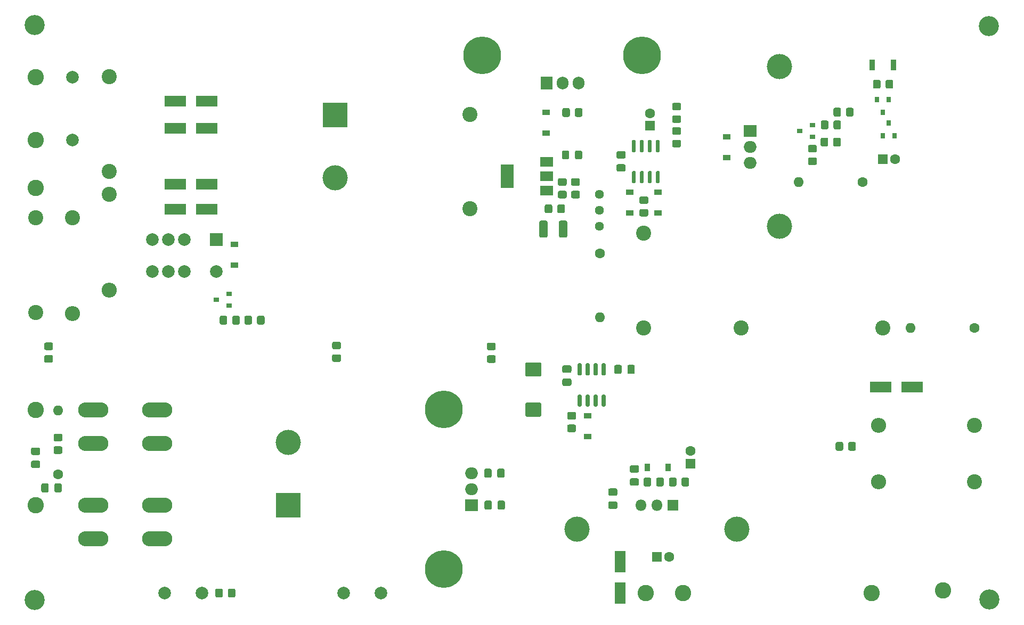
<source format=gbr>
G04 #@! TF.GenerationSoftware,KiCad,Pcbnew,(5.1.10-0-10_14)*
G04 #@! TF.CreationDate,2021-08-21T16:13:38+02:00*
G04 #@! TF.ProjectId,hv-power-supply-v1,68762d70-6f77-4657-922d-737570706c79,rev?*
G04 #@! TF.SameCoordinates,Original*
G04 #@! TF.FileFunction,Soldermask,Top*
G04 #@! TF.FilePolarity,Negative*
%FSLAX46Y46*%
G04 Gerber Fmt 4.6, Leading zero omitted, Abs format (unit mm)*
G04 Created by KiCad (PCBNEW (5.1.10-0-10_14)) date 2021-08-21 16:13:38*
%MOMM*%
%LPD*%
G01*
G04 APERTURE LIST*
%ADD10R,1.200000X0.900000*%
%ADD11C,2.400000*%
%ADD12C,2.000000*%
%ADD13R,2.000000X2.000000*%
%ADD14O,2.400000X2.400000*%
%ADD15R,0.900000X1.700000*%
%ADD16O,1.600000X1.600000*%
%ADD17C,1.600000*%
%ADD18R,2.000000X1.500000*%
%ADD19R,2.000000X3.800000*%
%ADD20C,1.440000*%
%ADD21R,0.800000X0.900000*%
%ADD22R,0.900000X0.800000*%
%ADD23O,2.000000X1.905000*%
%ADD24R,2.000000X1.905000*%
%ADD25C,6.000000*%
%ADD26C,4.000000*%
%ADD27R,3.500000X1.800000*%
%ADD28R,1.600000X1.600000*%
%ADD29R,4.000000X4.000000*%
%ADD30R,1.800000X3.500000*%
%ADD31O,4.800600X2.400300*%
%ADD32R,0.900000X1.200000*%
%ADD33O,1.905000X2.000000*%
%ADD34R,1.905000X2.000000*%
%ADD35C,2.600000*%
%ADD36R,1.800000X1.800000*%
%ADD37O,1.800000X1.800000*%
%ADD38C,3.200000*%
G04 APERTURE END LIST*
D10*
X140525500Y-66609500D03*
X140525500Y-63309500D03*
X169164000Y-70457600D03*
X169164000Y-67157600D03*
G36*
G01*
X145068600Y-70503201D02*
X145068600Y-69603199D01*
G75*
G02*
X145318599Y-69353200I249999J0D01*
G01*
X145968601Y-69353200D01*
G75*
G02*
X146218600Y-69603199I0J-249999D01*
G01*
X146218600Y-70503201D01*
G75*
G02*
X145968601Y-70753200I-249999J0D01*
G01*
X145318599Y-70753200D01*
G75*
G02*
X145068600Y-70503201I0J249999D01*
G01*
G37*
G36*
G01*
X143018600Y-70503201D02*
X143018600Y-69603199D01*
G75*
G02*
X143268599Y-69353200I249999J0D01*
G01*
X143918601Y-69353200D01*
G75*
G02*
X144168600Y-69603199I0J-249999D01*
G01*
X144168600Y-70503201D01*
G75*
G02*
X143918601Y-70753200I-249999J0D01*
G01*
X143268599Y-70753200D01*
G75*
G02*
X143018600Y-70503201I0J249999D01*
G01*
G37*
D11*
X71056500Y-57644000D03*
X71056500Y-72644000D03*
D12*
X77914500Y-83502500D03*
X77914500Y-88582500D03*
X82994500Y-83502500D03*
D13*
X88074500Y-83502500D03*
D12*
X82994500Y-88582500D03*
X88074500Y-88582500D03*
X80454500Y-83502500D03*
X80454500Y-88582500D03*
D14*
X193357500Y-122047000D03*
D11*
X208597500Y-122047000D03*
X156019500Y-82536000D03*
X156019500Y-97536000D03*
D15*
X195678000Y-55753000D03*
X192278000Y-55753000D03*
D16*
X180594000Y-74358500D03*
D17*
X190754000Y-74358500D03*
G36*
G01*
X154582000Y-69618500D02*
X154282000Y-69618500D01*
G75*
G02*
X154132000Y-69468500I0J150000D01*
G01*
X154132000Y-67818500D01*
G75*
G02*
X154282000Y-67668500I150000J0D01*
G01*
X154582000Y-67668500D01*
G75*
G02*
X154732000Y-67818500I0J-150000D01*
G01*
X154732000Y-69468500D01*
G75*
G02*
X154582000Y-69618500I-150000J0D01*
G01*
G37*
G36*
G01*
X155852000Y-69618500D02*
X155552000Y-69618500D01*
G75*
G02*
X155402000Y-69468500I0J150000D01*
G01*
X155402000Y-67818500D01*
G75*
G02*
X155552000Y-67668500I150000J0D01*
G01*
X155852000Y-67668500D01*
G75*
G02*
X156002000Y-67818500I0J-150000D01*
G01*
X156002000Y-69468500D01*
G75*
G02*
X155852000Y-69618500I-150000J0D01*
G01*
G37*
G36*
G01*
X157122000Y-69618500D02*
X156822000Y-69618500D01*
G75*
G02*
X156672000Y-69468500I0J150000D01*
G01*
X156672000Y-67818500D01*
G75*
G02*
X156822000Y-67668500I150000J0D01*
G01*
X157122000Y-67668500D01*
G75*
G02*
X157272000Y-67818500I0J-150000D01*
G01*
X157272000Y-69468500D01*
G75*
G02*
X157122000Y-69618500I-150000J0D01*
G01*
G37*
G36*
G01*
X158392000Y-69618500D02*
X158092000Y-69618500D01*
G75*
G02*
X157942000Y-69468500I0J150000D01*
G01*
X157942000Y-67818500D01*
G75*
G02*
X158092000Y-67668500I150000J0D01*
G01*
X158392000Y-67668500D01*
G75*
G02*
X158542000Y-67818500I0J-150000D01*
G01*
X158542000Y-69468500D01*
G75*
G02*
X158392000Y-69618500I-150000J0D01*
G01*
G37*
G36*
G01*
X158392000Y-74568500D02*
X158092000Y-74568500D01*
G75*
G02*
X157942000Y-74418500I0J150000D01*
G01*
X157942000Y-72768500D01*
G75*
G02*
X158092000Y-72618500I150000J0D01*
G01*
X158392000Y-72618500D01*
G75*
G02*
X158542000Y-72768500I0J-150000D01*
G01*
X158542000Y-74418500D01*
G75*
G02*
X158392000Y-74568500I-150000J0D01*
G01*
G37*
G36*
G01*
X157122000Y-74568500D02*
X156822000Y-74568500D01*
G75*
G02*
X156672000Y-74418500I0J150000D01*
G01*
X156672000Y-72768500D01*
G75*
G02*
X156822000Y-72618500I150000J0D01*
G01*
X157122000Y-72618500D01*
G75*
G02*
X157272000Y-72768500I0J-150000D01*
G01*
X157272000Y-74418500D01*
G75*
G02*
X157122000Y-74568500I-150000J0D01*
G01*
G37*
G36*
G01*
X155852000Y-74568500D02*
X155552000Y-74568500D01*
G75*
G02*
X155402000Y-74418500I0J150000D01*
G01*
X155402000Y-72768500D01*
G75*
G02*
X155552000Y-72618500I150000J0D01*
G01*
X155852000Y-72618500D01*
G75*
G02*
X156002000Y-72768500I0J-150000D01*
G01*
X156002000Y-74418500D01*
G75*
G02*
X155852000Y-74568500I-150000J0D01*
G01*
G37*
G36*
G01*
X154582000Y-74568500D02*
X154282000Y-74568500D01*
G75*
G02*
X154132000Y-74418500I0J150000D01*
G01*
X154132000Y-72768500D01*
G75*
G02*
X154282000Y-72618500I150000J0D01*
G01*
X154582000Y-72618500D01*
G75*
G02*
X154732000Y-72768500I0J-150000D01*
G01*
X154732000Y-74418500D01*
G75*
G02*
X154582000Y-74568500I-150000J0D01*
G01*
G37*
D18*
X140589000Y-75720000D03*
X140589000Y-71120000D03*
X140589000Y-73420000D03*
D19*
X134289000Y-73420000D03*
D20*
X148971000Y-81407000D03*
X148971000Y-78867000D03*
X148971000Y-76327000D03*
G36*
G01*
X194440000Y-59251001D02*
X194440000Y-58350999D01*
G75*
G02*
X194689999Y-58101000I249999J0D01*
G01*
X195390001Y-58101000D01*
G75*
G02*
X195640000Y-58350999I0J-249999D01*
G01*
X195640000Y-59251001D01*
G75*
G02*
X195390001Y-59501000I-249999J0D01*
G01*
X194689999Y-59501000D01*
G75*
G02*
X194440000Y-59251001I0J249999D01*
G01*
G37*
G36*
G01*
X192440000Y-59251001D02*
X192440000Y-58350999D01*
G75*
G02*
X192689999Y-58101000I249999J0D01*
G01*
X193390001Y-58101000D01*
G75*
G02*
X193640000Y-58350999I0J-249999D01*
G01*
X193640000Y-59251001D01*
G75*
G02*
X193390001Y-59501000I-249999J0D01*
G01*
X192689999Y-59501000D01*
G75*
G02*
X192440000Y-59251001I0J249999D01*
G01*
G37*
G36*
G01*
X144262400Y-62846799D02*
X144262400Y-63746801D01*
G75*
G02*
X144012401Y-63996800I-249999J0D01*
G01*
X143312399Y-63996800D01*
G75*
G02*
X143062400Y-63746801I0J249999D01*
G01*
X143062400Y-62846799D01*
G75*
G02*
X143312399Y-62596800I249999J0D01*
G01*
X144012401Y-62596800D01*
G75*
G02*
X144262400Y-62846799I0J-249999D01*
G01*
G37*
G36*
G01*
X146262400Y-62846799D02*
X146262400Y-63746801D01*
G75*
G02*
X146012401Y-63996800I-249999J0D01*
G01*
X145312399Y-63996800D01*
G75*
G02*
X145062400Y-63746801I0J249999D01*
G01*
X145062400Y-62846799D01*
G75*
G02*
X145312399Y-62596800I249999J0D01*
G01*
X146012401Y-62596800D01*
G75*
G02*
X146262400Y-62846799I0J-249999D01*
G01*
G37*
G36*
G01*
X185321500Y-67558499D02*
X185321500Y-68458501D01*
G75*
G02*
X185071501Y-68708500I-249999J0D01*
G01*
X184371499Y-68708500D01*
G75*
G02*
X184121500Y-68458501I0J249999D01*
G01*
X184121500Y-67558499D01*
G75*
G02*
X184371499Y-67308500I249999J0D01*
G01*
X185071501Y-67308500D01*
G75*
G02*
X185321500Y-67558499I0J-249999D01*
G01*
G37*
G36*
G01*
X187321500Y-67558499D02*
X187321500Y-68458501D01*
G75*
G02*
X187071501Y-68708500I-249999J0D01*
G01*
X186371499Y-68708500D01*
G75*
G02*
X186121500Y-68458501I0J249999D01*
G01*
X186121500Y-67558499D01*
G75*
G02*
X186371499Y-67308500I249999J0D01*
G01*
X187071501Y-67308500D01*
G75*
G02*
X187321500Y-67558499I0J-249999D01*
G01*
G37*
G36*
G01*
X187353500Y-62795999D02*
X187353500Y-63696001D01*
G75*
G02*
X187103501Y-63946000I-249999J0D01*
G01*
X186403499Y-63946000D01*
G75*
G02*
X186153500Y-63696001I0J249999D01*
G01*
X186153500Y-62795999D01*
G75*
G02*
X186403499Y-62546000I249999J0D01*
G01*
X187103501Y-62546000D01*
G75*
G02*
X187353500Y-62795999I0J-249999D01*
G01*
G37*
G36*
G01*
X189353500Y-62795999D02*
X189353500Y-63696001D01*
G75*
G02*
X189103501Y-63946000I-249999J0D01*
G01*
X188403499Y-63946000D01*
G75*
G02*
X188153500Y-63696001I0J249999D01*
G01*
X188153500Y-62795999D01*
G75*
G02*
X188403499Y-62546000I249999J0D01*
G01*
X189103501Y-62546000D01*
G75*
G02*
X189353500Y-62795999I0J-249999D01*
G01*
G37*
G36*
G01*
X186153500Y-65728001D02*
X186153500Y-64827999D01*
G75*
G02*
X186403499Y-64578000I249999J0D01*
G01*
X187103501Y-64578000D01*
G75*
G02*
X187353500Y-64827999I0J-249999D01*
G01*
X187353500Y-65728001D01*
G75*
G02*
X187103501Y-65978000I-249999J0D01*
G01*
X186403499Y-65978000D01*
G75*
G02*
X186153500Y-65728001I0J249999D01*
G01*
G37*
G36*
G01*
X184153500Y-65728001D02*
X184153500Y-64827999D01*
G75*
G02*
X184403499Y-64578000I249999J0D01*
G01*
X185103501Y-64578000D01*
G75*
G02*
X185353500Y-64827999I0J-249999D01*
G01*
X185353500Y-65728001D01*
G75*
G02*
X185103501Y-65978000I-249999J0D01*
G01*
X184403499Y-65978000D01*
G75*
G02*
X184153500Y-65728001I0J249999D01*
G01*
G37*
G36*
G01*
X182366499Y-70456500D02*
X183266501Y-70456500D01*
G75*
G02*
X183516500Y-70706499I0J-249999D01*
G01*
X183516500Y-71406501D01*
G75*
G02*
X183266501Y-71656500I-249999J0D01*
G01*
X182366499Y-71656500D01*
G75*
G02*
X182116500Y-71406501I0J249999D01*
G01*
X182116500Y-70706499D01*
G75*
G02*
X182366499Y-70456500I249999J0D01*
G01*
G37*
G36*
G01*
X182366499Y-68456500D02*
X183266501Y-68456500D01*
G75*
G02*
X183516500Y-68706499I0J-249999D01*
G01*
X183516500Y-69406501D01*
G75*
G02*
X183266501Y-69656500I-249999J0D01*
G01*
X182366499Y-69656500D01*
G75*
G02*
X182116500Y-69406501I0J249999D01*
G01*
X182116500Y-68706499D01*
G75*
G02*
X182366499Y-68456500I249999J0D01*
G01*
G37*
G36*
G01*
X160776499Y-63757000D02*
X161676501Y-63757000D01*
G75*
G02*
X161926500Y-64006999I0J-249999D01*
G01*
X161926500Y-64707001D01*
G75*
G02*
X161676501Y-64957000I-249999J0D01*
G01*
X160776499Y-64957000D01*
G75*
G02*
X160526500Y-64707001I0J249999D01*
G01*
X160526500Y-64006999D01*
G75*
G02*
X160776499Y-63757000I249999J0D01*
G01*
G37*
G36*
G01*
X160776499Y-61757000D02*
X161676501Y-61757000D01*
G75*
G02*
X161926500Y-62006999I0J-249999D01*
G01*
X161926500Y-62707001D01*
G75*
G02*
X161676501Y-62957000I-249999J0D01*
G01*
X160776499Y-62957000D01*
G75*
G02*
X160526500Y-62707001I0J249999D01*
G01*
X160526500Y-62006999D01*
G75*
G02*
X160776499Y-61757000I249999J0D01*
G01*
G37*
G36*
G01*
X161676501Y-66846500D02*
X160776499Y-66846500D01*
G75*
G02*
X160526500Y-66596501I0J249999D01*
G01*
X160526500Y-65896499D01*
G75*
G02*
X160776499Y-65646500I249999J0D01*
G01*
X161676501Y-65646500D01*
G75*
G02*
X161926500Y-65896499I0J-249999D01*
G01*
X161926500Y-66596501D01*
G75*
G02*
X161676501Y-66846500I-249999J0D01*
G01*
G37*
G36*
G01*
X161676501Y-68846500D02*
X160776499Y-68846500D01*
G75*
G02*
X160526500Y-68596501I0J249999D01*
G01*
X160526500Y-67896499D01*
G75*
G02*
X160776499Y-67646500I249999J0D01*
G01*
X161676501Y-67646500D01*
G75*
G02*
X161926500Y-67896499I0J-249999D01*
G01*
X161926500Y-68596501D01*
G75*
G02*
X161676501Y-68846500I-249999J0D01*
G01*
G37*
G36*
G01*
X155569499Y-78648000D02*
X156469501Y-78648000D01*
G75*
G02*
X156719500Y-78897999I0J-249999D01*
G01*
X156719500Y-79598001D01*
G75*
G02*
X156469501Y-79848000I-249999J0D01*
G01*
X155569499Y-79848000D01*
G75*
G02*
X155319500Y-79598001I0J249999D01*
G01*
X155319500Y-78897999D01*
G75*
G02*
X155569499Y-78648000I249999J0D01*
G01*
G37*
G36*
G01*
X155569499Y-76648000D02*
X156469501Y-76648000D01*
G75*
G02*
X156719500Y-76897999I0J-249999D01*
G01*
X156719500Y-77598001D01*
G75*
G02*
X156469501Y-77848000I-249999J0D01*
G01*
X155569499Y-77848000D01*
G75*
G02*
X155319500Y-77598001I0J249999D01*
G01*
X155319500Y-76897999D01*
G75*
G02*
X155569499Y-76648000I249999J0D01*
G01*
G37*
G36*
G01*
X142615499Y-75758500D02*
X143515501Y-75758500D01*
G75*
G02*
X143765500Y-76008499I0J-249999D01*
G01*
X143765500Y-76708501D01*
G75*
G02*
X143515501Y-76958500I-249999J0D01*
G01*
X142615499Y-76958500D01*
G75*
G02*
X142365500Y-76708501I0J249999D01*
G01*
X142365500Y-76008499D01*
G75*
G02*
X142615499Y-75758500I249999J0D01*
G01*
G37*
G36*
G01*
X142615499Y-73758500D02*
X143515501Y-73758500D01*
G75*
G02*
X143765500Y-74008499I0J-249999D01*
G01*
X143765500Y-74708501D01*
G75*
G02*
X143515501Y-74958500I-249999J0D01*
G01*
X142615499Y-74958500D01*
G75*
G02*
X142365500Y-74708501I0J249999D01*
G01*
X142365500Y-74008499D01*
G75*
G02*
X142615499Y-73758500I249999J0D01*
G01*
G37*
D16*
X149034500Y-95885000D03*
D17*
X149034500Y-85725000D03*
G36*
G01*
X144710999Y-75758500D02*
X145611001Y-75758500D01*
G75*
G02*
X145861000Y-76008499I0J-249999D01*
G01*
X145861000Y-76708501D01*
G75*
G02*
X145611001Y-76958500I-249999J0D01*
G01*
X144710999Y-76958500D01*
G75*
G02*
X144461000Y-76708501I0J249999D01*
G01*
X144461000Y-76008499D01*
G75*
G02*
X144710999Y-75758500I249999J0D01*
G01*
G37*
G36*
G01*
X144710999Y-73758500D02*
X145611001Y-73758500D01*
G75*
G02*
X145861000Y-74008499I0J-249999D01*
G01*
X145861000Y-74708501D01*
G75*
G02*
X145611001Y-74958500I-249999J0D01*
G01*
X144710999Y-74958500D01*
G75*
G02*
X144461000Y-74708501I0J249999D01*
G01*
X144461000Y-74008499D01*
G75*
G02*
X144710999Y-73758500I249999J0D01*
G01*
G37*
G36*
G01*
X142275000Y-79063001D02*
X142275000Y-78162999D01*
G75*
G02*
X142524999Y-77913000I249999J0D01*
G01*
X143225001Y-77913000D01*
G75*
G02*
X143475000Y-78162999I0J-249999D01*
G01*
X143475000Y-79063001D01*
G75*
G02*
X143225001Y-79313000I-249999J0D01*
G01*
X142524999Y-79313000D01*
G75*
G02*
X142275000Y-79063001I0J249999D01*
G01*
G37*
G36*
G01*
X140275000Y-79063001D02*
X140275000Y-78162999D01*
G75*
G02*
X140524999Y-77913000I249999J0D01*
G01*
X141225001Y-77913000D01*
G75*
G02*
X141475000Y-78162999I0J-249999D01*
G01*
X141475000Y-79063001D01*
G75*
G02*
X141225001Y-79313000I-249999J0D01*
G01*
X140524999Y-79313000D01*
G75*
G02*
X140275000Y-79063001I0J249999D01*
G01*
G37*
D21*
X194947500Y-64992500D03*
X195897500Y-66992500D03*
X193997500Y-66992500D03*
X193990000Y-63246000D03*
X193040000Y-61246000D03*
X194940000Y-61246000D03*
D22*
X180816500Y-66233000D03*
X182816500Y-65283000D03*
X182816500Y-67183000D03*
D23*
X172910500Y-71310500D03*
X172910500Y-68770500D03*
D24*
X172910500Y-66230500D03*
D25*
X130365500Y-54229000D03*
X155765500Y-54229000D03*
D26*
X177609500Y-56007000D03*
X177609500Y-81407000D03*
D27*
X193628000Y-106997500D03*
X198628000Y-106997500D03*
D10*
X153797000Y-75948000D03*
X153797000Y-79248000D03*
X158242000Y-79246000D03*
X158242000Y-75946000D03*
D11*
X171492500Y-97536000D03*
X193992500Y-97536000D03*
D17*
X195961000Y-70739000D03*
D28*
X193961000Y-70739000D03*
D17*
X156972000Y-63405000D03*
D28*
X156972000Y-65405000D03*
G36*
G01*
X151925000Y-71528000D02*
X152875000Y-71528000D01*
G75*
G02*
X153125000Y-71778000I0J-250000D01*
G01*
X153125000Y-72453000D01*
G75*
G02*
X152875000Y-72703000I-250000J0D01*
G01*
X151925000Y-72703000D01*
G75*
G02*
X151675000Y-72453000I0J250000D01*
G01*
X151675000Y-71778000D01*
G75*
G02*
X151925000Y-71528000I250000J0D01*
G01*
G37*
G36*
G01*
X151925000Y-69453000D02*
X152875000Y-69453000D01*
G75*
G02*
X153125000Y-69703000I0J-250000D01*
G01*
X153125000Y-70378000D01*
G75*
G02*
X152875000Y-70628000I-250000J0D01*
G01*
X151925000Y-70628000D01*
G75*
G02*
X151675000Y-70378000I0J250000D01*
G01*
X151675000Y-69703000D01*
G75*
G02*
X151925000Y-69453000I250000J0D01*
G01*
G37*
G36*
G01*
X142530000Y-82951501D02*
X142530000Y-80751499D01*
G75*
G02*
X142779999Y-80501500I249999J0D01*
G01*
X143605001Y-80501500D01*
G75*
G02*
X143855000Y-80751499I0J-249999D01*
G01*
X143855000Y-82951501D01*
G75*
G02*
X143605001Y-83201500I-249999J0D01*
G01*
X142779999Y-83201500D01*
G75*
G02*
X142530000Y-82951501I0J249999D01*
G01*
G37*
G36*
G01*
X139405000Y-82951501D02*
X139405000Y-80751499D01*
G75*
G02*
X139654999Y-80501500I249999J0D01*
G01*
X140480001Y-80501500D01*
G75*
G02*
X140730000Y-80751499I0J-249999D01*
G01*
X140730000Y-82951501D01*
G75*
G02*
X140480001Y-83201500I-249999J0D01*
G01*
X139654999Y-83201500D01*
G75*
G02*
X139405000Y-82951501I0J249999D01*
G01*
G37*
D16*
X62928500Y-110680500D03*
D17*
X62928500Y-120840500D03*
D14*
X71056500Y-91567000D03*
D11*
X71056500Y-76327000D03*
D12*
X65214500Y-57658000D03*
X65214500Y-67658000D03*
G36*
G01*
X63378501Y-115598500D02*
X62478499Y-115598500D01*
G75*
G02*
X62228500Y-115348501I0J249999D01*
G01*
X62228500Y-114648499D01*
G75*
G02*
X62478499Y-114398500I249999J0D01*
G01*
X63378501Y-114398500D01*
G75*
G02*
X63628500Y-114648499I0J-249999D01*
G01*
X63628500Y-115348501D01*
G75*
G02*
X63378501Y-115598500I-249999J0D01*
G01*
G37*
G36*
G01*
X63378501Y-117598500D02*
X62478499Y-117598500D01*
G75*
G02*
X62228500Y-117348501I0J249999D01*
G01*
X62228500Y-116648499D01*
G75*
G02*
X62478499Y-116398500I249999J0D01*
G01*
X63378501Y-116398500D01*
G75*
G02*
X63628500Y-116648499I0J-249999D01*
G01*
X63628500Y-117348501D01*
G75*
G02*
X63378501Y-117598500I-249999J0D01*
G01*
G37*
G36*
G01*
X62341000Y-123474500D02*
X62341000Y-122524500D01*
G75*
G02*
X62591000Y-122274500I250000J0D01*
G01*
X63266000Y-122274500D01*
G75*
G02*
X63516000Y-122524500I0J-250000D01*
G01*
X63516000Y-123474500D01*
G75*
G02*
X63266000Y-123724500I-250000J0D01*
G01*
X62591000Y-123724500D01*
G75*
G02*
X62341000Y-123474500I0J250000D01*
G01*
G37*
G36*
G01*
X60266000Y-123474500D02*
X60266000Y-122524500D01*
G75*
G02*
X60516000Y-122274500I250000J0D01*
G01*
X61191000Y-122274500D01*
G75*
G02*
X61441000Y-122524500I0J-250000D01*
G01*
X61441000Y-123474500D01*
G75*
G02*
X61191000Y-123724500I-250000J0D01*
G01*
X60516000Y-123724500D01*
G75*
G02*
X60266000Y-123474500I0J250000D01*
G01*
G37*
G36*
G01*
X59847500Y-117765500D02*
X58897500Y-117765500D01*
G75*
G02*
X58647500Y-117515500I0J250000D01*
G01*
X58647500Y-116840500D01*
G75*
G02*
X58897500Y-116590500I250000J0D01*
G01*
X59847500Y-116590500D01*
G75*
G02*
X60097500Y-116840500I0J-250000D01*
G01*
X60097500Y-117515500D01*
G75*
G02*
X59847500Y-117765500I-250000J0D01*
G01*
G37*
G36*
G01*
X59847500Y-119840500D02*
X58897500Y-119840500D01*
G75*
G02*
X58647500Y-119590500I0J250000D01*
G01*
X58647500Y-118915500D01*
G75*
G02*
X58897500Y-118665500I250000J0D01*
G01*
X59847500Y-118665500D01*
G75*
G02*
X60097500Y-118915500I0J-250000D01*
G01*
X60097500Y-119590500D01*
G75*
G02*
X59847500Y-119840500I-250000J0D01*
G01*
G37*
D25*
X124206000Y-135890000D03*
X124206000Y-110490000D03*
D22*
X88074500Y-93091000D03*
X90074500Y-92141000D03*
X90074500Y-94041000D03*
D26*
X99504500Y-115753000D03*
D29*
X99504500Y-125753000D03*
D24*
X128613000Y-125753000D03*
D23*
X128613000Y-123213000D03*
X128613000Y-120673000D03*
D26*
X145377000Y-129563000D03*
X170777000Y-129563000D03*
D30*
X152298500Y-139723000D03*
X152298500Y-134723000D03*
D14*
X193357500Y-113093500D03*
D11*
X208597500Y-113093500D03*
D31*
X68542000Y-110640000D03*
X78702000Y-110640000D03*
X78702000Y-131087000D03*
X68542000Y-131087000D03*
X78702000Y-125753000D03*
X68542000Y-125753000D03*
X68542000Y-115974000D03*
X78702000Y-115974000D03*
D32*
X159853000Y-119784000D03*
X156553000Y-119784000D03*
D17*
X163411000Y-117149000D03*
D28*
X163411000Y-119149000D03*
G36*
G01*
X61880001Y-101080000D02*
X60979999Y-101080000D01*
G75*
G02*
X60730000Y-100830001I0J249999D01*
G01*
X60730000Y-100129999D01*
G75*
G02*
X60979999Y-99880000I249999J0D01*
G01*
X61880001Y-99880000D01*
G75*
G02*
X62130000Y-100129999I0J-249999D01*
G01*
X62130000Y-100830001D01*
G75*
G02*
X61880001Y-101080000I-249999J0D01*
G01*
G37*
G36*
G01*
X61880001Y-103080000D02*
X60979999Y-103080000D01*
G75*
G02*
X60730000Y-102830001I0J249999D01*
G01*
X60730000Y-102129999D01*
G75*
G02*
X60979999Y-101880000I249999J0D01*
G01*
X61880001Y-101880000D01*
G75*
G02*
X62130000Y-102129999I0J-249999D01*
G01*
X62130000Y-102830001D01*
G75*
G02*
X61880001Y-103080000I-249999J0D01*
G01*
G37*
D14*
X65214500Y-95313500D03*
D11*
X65214500Y-80073500D03*
D27*
X86534000Y-74676000D03*
X81534000Y-74676000D03*
X81534000Y-65849500D03*
X86534000Y-65849500D03*
X86521400Y-78712200D03*
X81521400Y-78712200D03*
X81521400Y-61491000D03*
X86521400Y-61491000D03*
G36*
G01*
X145971500Y-105138000D02*
X145671500Y-105138000D01*
G75*
G02*
X145521500Y-104988000I0J150000D01*
G01*
X145521500Y-103338000D01*
G75*
G02*
X145671500Y-103188000I150000J0D01*
G01*
X145971500Y-103188000D01*
G75*
G02*
X146121500Y-103338000I0J-150000D01*
G01*
X146121500Y-104988000D01*
G75*
G02*
X145971500Y-105138000I-150000J0D01*
G01*
G37*
G36*
G01*
X147241500Y-105138000D02*
X146941500Y-105138000D01*
G75*
G02*
X146791500Y-104988000I0J150000D01*
G01*
X146791500Y-103338000D01*
G75*
G02*
X146941500Y-103188000I150000J0D01*
G01*
X147241500Y-103188000D01*
G75*
G02*
X147391500Y-103338000I0J-150000D01*
G01*
X147391500Y-104988000D01*
G75*
G02*
X147241500Y-105138000I-150000J0D01*
G01*
G37*
G36*
G01*
X148511500Y-105138000D02*
X148211500Y-105138000D01*
G75*
G02*
X148061500Y-104988000I0J150000D01*
G01*
X148061500Y-103338000D01*
G75*
G02*
X148211500Y-103188000I150000J0D01*
G01*
X148511500Y-103188000D01*
G75*
G02*
X148661500Y-103338000I0J-150000D01*
G01*
X148661500Y-104988000D01*
G75*
G02*
X148511500Y-105138000I-150000J0D01*
G01*
G37*
G36*
G01*
X149781500Y-105138000D02*
X149481500Y-105138000D01*
G75*
G02*
X149331500Y-104988000I0J150000D01*
G01*
X149331500Y-103338000D01*
G75*
G02*
X149481500Y-103188000I150000J0D01*
G01*
X149781500Y-103188000D01*
G75*
G02*
X149931500Y-103338000I0J-150000D01*
G01*
X149931500Y-104988000D01*
G75*
G02*
X149781500Y-105138000I-150000J0D01*
G01*
G37*
G36*
G01*
X149781500Y-110088000D02*
X149481500Y-110088000D01*
G75*
G02*
X149331500Y-109938000I0J150000D01*
G01*
X149331500Y-108288000D01*
G75*
G02*
X149481500Y-108138000I150000J0D01*
G01*
X149781500Y-108138000D01*
G75*
G02*
X149931500Y-108288000I0J-150000D01*
G01*
X149931500Y-109938000D01*
G75*
G02*
X149781500Y-110088000I-150000J0D01*
G01*
G37*
G36*
G01*
X148511500Y-110088000D02*
X148211500Y-110088000D01*
G75*
G02*
X148061500Y-109938000I0J150000D01*
G01*
X148061500Y-108288000D01*
G75*
G02*
X148211500Y-108138000I150000J0D01*
G01*
X148511500Y-108138000D01*
G75*
G02*
X148661500Y-108288000I0J-150000D01*
G01*
X148661500Y-109938000D01*
G75*
G02*
X148511500Y-110088000I-150000J0D01*
G01*
G37*
G36*
G01*
X147241500Y-110088000D02*
X146941500Y-110088000D01*
G75*
G02*
X146791500Y-109938000I0J150000D01*
G01*
X146791500Y-108288000D01*
G75*
G02*
X146941500Y-108138000I150000J0D01*
G01*
X147241500Y-108138000D01*
G75*
G02*
X147391500Y-108288000I0J-150000D01*
G01*
X147391500Y-109938000D01*
G75*
G02*
X147241500Y-110088000I-150000J0D01*
G01*
G37*
G36*
G01*
X145971500Y-110088000D02*
X145671500Y-110088000D01*
G75*
G02*
X145521500Y-109938000I0J150000D01*
G01*
X145521500Y-108288000D01*
G75*
G02*
X145671500Y-108138000I150000J0D01*
G01*
X145971500Y-108138000D01*
G75*
G02*
X146121500Y-108288000I0J-150000D01*
G01*
X146121500Y-109938000D01*
G75*
G02*
X145971500Y-110088000I-150000J0D01*
G01*
G37*
D33*
X145669000Y-58610500D03*
X143129000Y-58610500D03*
D34*
X140589000Y-58610500D03*
G36*
G01*
X188503000Y-116845501D02*
X188503000Y-115945499D01*
G75*
G02*
X188752999Y-115695500I249999J0D01*
G01*
X189453001Y-115695500D01*
G75*
G02*
X189703000Y-115945499I0J-249999D01*
G01*
X189703000Y-116845501D01*
G75*
G02*
X189453001Y-117095500I-249999J0D01*
G01*
X188752999Y-117095500D01*
G75*
G02*
X188503000Y-116845501I0J249999D01*
G01*
G37*
G36*
G01*
X186503000Y-116845501D02*
X186503000Y-115945499D01*
G75*
G02*
X186752999Y-115695500I249999J0D01*
G01*
X187453001Y-115695500D01*
G75*
G02*
X187703000Y-115945499I0J-249999D01*
G01*
X187703000Y-116845501D01*
G75*
G02*
X187453001Y-117095500I-249999J0D01*
G01*
X186752999Y-117095500D01*
G75*
G02*
X186503000Y-116845501I0J249999D01*
G01*
G37*
G36*
G01*
X132238001Y-101112000D02*
X131337999Y-101112000D01*
G75*
G02*
X131088000Y-100862001I0J249999D01*
G01*
X131088000Y-100161999D01*
G75*
G02*
X131337999Y-99912000I249999J0D01*
G01*
X132238001Y-99912000D01*
G75*
G02*
X132488000Y-100161999I0J-249999D01*
G01*
X132488000Y-100862001D01*
G75*
G02*
X132238001Y-101112000I-249999J0D01*
G01*
G37*
G36*
G01*
X132238001Y-103112000D02*
X131337999Y-103112000D01*
G75*
G02*
X131088000Y-102862001I0J249999D01*
G01*
X131088000Y-102161999D01*
G75*
G02*
X131337999Y-101912000I249999J0D01*
G01*
X132238001Y-101912000D01*
G75*
G02*
X132488000Y-102161999I0J-249999D01*
G01*
X132488000Y-102862001D01*
G75*
G02*
X132238001Y-103112000I-249999J0D01*
G01*
G37*
G36*
G01*
X107638001Y-100962000D02*
X106737999Y-100962000D01*
G75*
G02*
X106488000Y-100712001I0J249999D01*
G01*
X106488000Y-100011999D01*
G75*
G02*
X106737999Y-99762000I249999J0D01*
G01*
X107638001Y-99762000D01*
G75*
G02*
X107888000Y-100011999I0J-249999D01*
G01*
X107888000Y-100712001D01*
G75*
G02*
X107638001Y-100962000I-249999J0D01*
G01*
G37*
G36*
G01*
X107638001Y-102962000D02*
X106737999Y-102962000D01*
G75*
G02*
X106488000Y-102712001I0J249999D01*
G01*
X106488000Y-102011999D01*
G75*
G02*
X106737999Y-101762000I249999J0D01*
G01*
X107638001Y-101762000D01*
G75*
G02*
X107888000Y-102011999I0J-249999D01*
G01*
X107888000Y-102712001D01*
G75*
G02*
X107638001Y-102962000I-249999J0D01*
G01*
G37*
G36*
G01*
X157985000Y-122520001D02*
X157985000Y-121619999D01*
G75*
G02*
X158234999Y-121370000I249999J0D01*
G01*
X158935001Y-121370000D01*
G75*
G02*
X159185000Y-121619999I0J-249999D01*
G01*
X159185000Y-122520001D01*
G75*
G02*
X158935001Y-122770000I-249999J0D01*
G01*
X158234999Y-122770000D01*
G75*
G02*
X157985000Y-122520001I0J249999D01*
G01*
G37*
G36*
G01*
X155985000Y-122520001D02*
X155985000Y-121619999D01*
G75*
G02*
X156234999Y-121370000I249999J0D01*
G01*
X156935001Y-121370000D01*
G75*
G02*
X157185000Y-121619999I0J-249999D01*
G01*
X157185000Y-122520001D01*
G75*
G02*
X156935001Y-122770000I-249999J0D01*
G01*
X156234999Y-122770000D01*
G75*
G02*
X155985000Y-122520001I0J249999D01*
G01*
G37*
G36*
G01*
X162017000Y-122520001D02*
X162017000Y-121619999D01*
G75*
G02*
X162266999Y-121370000I249999J0D01*
G01*
X162967001Y-121370000D01*
G75*
G02*
X163217000Y-121619999I0J-249999D01*
G01*
X163217000Y-122520001D01*
G75*
G02*
X162967001Y-122770000I-249999J0D01*
G01*
X162266999Y-122770000D01*
G75*
G02*
X162017000Y-122520001I0J249999D01*
G01*
G37*
G36*
G01*
X160017000Y-122520001D02*
X160017000Y-121619999D01*
G75*
G02*
X160266999Y-121370000I249999J0D01*
G01*
X160967001Y-121370000D01*
G75*
G02*
X161217000Y-121619999I0J-249999D01*
G01*
X161217000Y-122520001D01*
G75*
G02*
X160967001Y-122770000I-249999J0D01*
G01*
X160266999Y-122770000D01*
G75*
G02*
X160017000Y-122520001I0J249999D01*
G01*
G37*
G36*
G01*
X89113000Y-139272999D02*
X89113000Y-140173001D01*
G75*
G02*
X88863001Y-140423000I-249999J0D01*
G01*
X88162999Y-140423000D01*
G75*
G02*
X87913000Y-140173001I0J249999D01*
G01*
X87913000Y-139272999D01*
G75*
G02*
X88162999Y-139023000I249999J0D01*
G01*
X88863001Y-139023000D01*
G75*
G02*
X89113000Y-139272999I0J-249999D01*
G01*
G37*
G36*
G01*
X91113000Y-139272999D02*
X91113000Y-140173001D01*
G75*
G02*
X90863001Y-140423000I-249999J0D01*
G01*
X90162999Y-140423000D01*
G75*
G02*
X89913000Y-140173001I0J249999D01*
G01*
X89913000Y-139272999D01*
G75*
G02*
X90162999Y-139023000I249999J0D01*
G01*
X90863001Y-139023000D01*
G75*
G02*
X91113000Y-139272999I0J-249999D01*
G01*
G37*
G36*
G01*
X90617500Y-96779501D02*
X90617500Y-95879499D01*
G75*
G02*
X90867499Y-95629500I249999J0D01*
G01*
X91567501Y-95629500D01*
G75*
G02*
X91817500Y-95879499I0J-249999D01*
G01*
X91817500Y-96779501D01*
G75*
G02*
X91567501Y-97029500I-249999J0D01*
G01*
X90867499Y-97029500D01*
G75*
G02*
X90617500Y-96779501I0J249999D01*
G01*
G37*
G36*
G01*
X88617500Y-96779501D02*
X88617500Y-95879499D01*
G75*
G02*
X88867499Y-95629500I249999J0D01*
G01*
X89567501Y-95629500D01*
G75*
G02*
X89817500Y-95879499I0J-249999D01*
G01*
X89817500Y-96779501D01*
G75*
G02*
X89567501Y-97029500I-249999J0D01*
G01*
X88867499Y-97029500D01*
G75*
G02*
X88617500Y-96779501I0J249999D01*
G01*
G37*
G36*
G01*
X93754500Y-95879499D02*
X93754500Y-96779501D01*
G75*
G02*
X93504501Y-97029500I-249999J0D01*
G01*
X92804499Y-97029500D01*
G75*
G02*
X92554500Y-96779501I0J249999D01*
G01*
X92554500Y-95879499D01*
G75*
G02*
X92804499Y-95629500I249999J0D01*
G01*
X93504501Y-95629500D01*
G75*
G02*
X93754500Y-95879499I0J-249999D01*
G01*
G37*
G36*
G01*
X95754500Y-95879499D02*
X95754500Y-96779501D01*
G75*
G02*
X95504501Y-97029500I-249999J0D01*
G01*
X94804499Y-97029500D01*
G75*
G02*
X94554500Y-96779501I0J249999D01*
G01*
X94554500Y-95879499D01*
G75*
G02*
X94804499Y-95629500I249999J0D01*
G01*
X95504501Y-95629500D01*
G75*
G02*
X95754500Y-95879499I0J-249999D01*
G01*
G37*
G36*
G01*
X144101499Y-112929000D02*
X145001501Y-112929000D01*
G75*
G02*
X145251500Y-113178999I0J-249999D01*
G01*
X145251500Y-113879001D01*
G75*
G02*
X145001501Y-114129000I-249999J0D01*
G01*
X144101499Y-114129000D01*
G75*
G02*
X143851500Y-113879001I0J249999D01*
G01*
X143851500Y-113178999D01*
G75*
G02*
X144101499Y-112929000I249999J0D01*
G01*
G37*
G36*
G01*
X144101499Y-110929000D02*
X145001501Y-110929000D01*
G75*
G02*
X145251500Y-111178999I0J-249999D01*
G01*
X145251500Y-111879001D01*
G75*
G02*
X145001501Y-112129000I-249999J0D01*
G01*
X144101499Y-112129000D01*
G75*
G02*
X143851500Y-111879001I0J249999D01*
G01*
X143851500Y-111178999D01*
G75*
G02*
X144101499Y-110929000I249999J0D01*
G01*
G37*
G36*
G01*
X154996000Y-120582500D02*
X154046000Y-120582500D01*
G75*
G02*
X153796000Y-120332500I0J250000D01*
G01*
X153796000Y-119657500D01*
G75*
G02*
X154046000Y-119407500I250000J0D01*
G01*
X154996000Y-119407500D01*
G75*
G02*
X155246000Y-119657500I0J-250000D01*
G01*
X155246000Y-120332500D01*
G75*
G02*
X154996000Y-120582500I-250000J0D01*
G01*
G37*
G36*
G01*
X154996000Y-122657500D02*
X154046000Y-122657500D01*
G75*
G02*
X153796000Y-122407500I0J250000D01*
G01*
X153796000Y-121732500D01*
G75*
G02*
X154046000Y-121482500I250000J0D01*
G01*
X154996000Y-121482500D01*
G75*
G02*
X155246000Y-121732500I0J-250000D01*
G01*
X155246000Y-122407500D01*
G75*
G02*
X154996000Y-122657500I-250000J0D01*
G01*
G37*
G36*
G01*
X151567000Y-124265500D02*
X150617000Y-124265500D01*
G75*
G02*
X150367000Y-124015500I0J250000D01*
G01*
X150367000Y-123340500D01*
G75*
G02*
X150617000Y-123090500I250000J0D01*
G01*
X151567000Y-123090500D01*
G75*
G02*
X151817000Y-123340500I0J-250000D01*
G01*
X151817000Y-124015500D01*
G75*
G02*
X151567000Y-124265500I-250000J0D01*
G01*
G37*
G36*
G01*
X151567000Y-126340500D02*
X150617000Y-126340500D01*
G75*
G02*
X150367000Y-126090500I0J250000D01*
G01*
X150367000Y-125415500D01*
G75*
G02*
X150617000Y-125165500I250000J0D01*
G01*
X151567000Y-125165500D01*
G75*
G02*
X151817000Y-125415500I0J-250000D01*
G01*
X151817000Y-126090500D01*
G75*
G02*
X151567000Y-126340500I-250000J0D01*
G01*
G37*
G36*
G01*
X143314500Y-105607500D02*
X144264500Y-105607500D01*
G75*
G02*
X144514500Y-105857500I0J-250000D01*
G01*
X144514500Y-106532500D01*
G75*
G02*
X144264500Y-106782500I-250000J0D01*
G01*
X143314500Y-106782500D01*
G75*
G02*
X143064500Y-106532500I0J250000D01*
G01*
X143064500Y-105857500D01*
G75*
G02*
X143314500Y-105607500I250000J0D01*
G01*
G37*
G36*
G01*
X143314500Y-103532500D02*
X144264500Y-103532500D01*
G75*
G02*
X144514500Y-103782500I0J-250000D01*
G01*
X144514500Y-104457500D01*
G75*
G02*
X144264500Y-104707500I-250000J0D01*
G01*
X143314500Y-104707500D01*
G75*
G02*
X143064500Y-104457500I0J250000D01*
G01*
X143064500Y-103782500D01*
G75*
G02*
X143314500Y-103532500I250000J0D01*
G01*
G37*
G36*
G01*
X153405000Y-104638000D02*
X153405000Y-103688000D01*
G75*
G02*
X153655000Y-103438000I250000J0D01*
G01*
X154330000Y-103438000D01*
G75*
G02*
X154580000Y-103688000I0J-250000D01*
G01*
X154580000Y-104638000D01*
G75*
G02*
X154330000Y-104888000I-250000J0D01*
G01*
X153655000Y-104888000D01*
G75*
G02*
X153405000Y-104638000I0J250000D01*
G01*
G37*
G36*
G01*
X151330000Y-104638000D02*
X151330000Y-103688000D01*
G75*
G02*
X151580000Y-103438000I250000J0D01*
G01*
X152255000Y-103438000D01*
G75*
G02*
X152505000Y-103688000I0J-250000D01*
G01*
X152505000Y-104638000D01*
G75*
G02*
X152255000Y-104888000I-250000J0D01*
G01*
X151580000Y-104888000D01*
G75*
G02*
X151330000Y-104638000I0J250000D01*
G01*
G37*
G36*
G01*
X130649500Y-121148000D02*
X130649500Y-120198000D01*
G75*
G02*
X130899500Y-119948000I250000J0D01*
G01*
X131574500Y-119948000D01*
G75*
G02*
X131824500Y-120198000I0J-250000D01*
G01*
X131824500Y-121148000D01*
G75*
G02*
X131574500Y-121398000I-250000J0D01*
G01*
X130899500Y-121398000D01*
G75*
G02*
X130649500Y-121148000I0J250000D01*
G01*
G37*
G36*
G01*
X132724500Y-121148000D02*
X132724500Y-120198000D01*
G75*
G02*
X132974500Y-119948000I250000J0D01*
G01*
X133649500Y-119948000D01*
G75*
G02*
X133899500Y-120198000I0J-250000D01*
G01*
X133899500Y-121148000D01*
G75*
G02*
X133649500Y-121398000I-250000J0D01*
G01*
X132974500Y-121398000D01*
G75*
G02*
X132724500Y-121148000I0J250000D01*
G01*
G37*
G36*
G01*
X130692500Y-126228000D02*
X130692500Y-125278000D01*
G75*
G02*
X130942500Y-125028000I250000J0D01*
G01*
X131617500Y-125028000D01*
G75*
G02*
X131867500Y-125278000I0J-250000D01*
G01*
X131867500Y-126228000D01*
G75*
G02*
X131617500Y-126478000I-250000J0D01*
G01*
X130942500Y-126478000D01*
G75*
G02*
X130692500Y-126228000I0J250000D01*
G01*
G37*
G36*
G01*
X132767500Y-126228000D02*
X132767500Y-125278000D01*
G75*
G02*
X133017500Y-125028000I250000J0D01*
G01*
X133692500Y-125028000D01*
G75*
G02*
X133942500Y-125278000I0J-250000D01*
G01*
X133942500Y-126228000D01*
G75*
G02*
X133692500Y-126478000I-250000J0D01*
G01*
X133017500Y-126478000D01*
G75*
G02*
X132767500Y-126228000I0J250000D01*
G01*
G37*
D35*
X162268000Y-139723000D03*
X156299000Y-139723000D03*
X59398000Y-110640000D03*
X59372500Y-125753000D03*
X59398000Y-75334000D03*
X59372500Y-67691000D03*
X59372500Y-57658000D03*
D17*
X160077000Y-134008000D03*
D28*
X158077000Y-134008000D03*
G36*
G01*
X137430499Y-109438000D02*
X139480501Y-109438000D01*
G75*
G02*
X139730500Y-109687999I0J-249999D01*
G01*
X139730500Y-111438001D01*
G75*
G02*
X139480501Y-111688000I-249999J0D01*
G01*
X137430499Y-111688000D01*
G75*
G02*
X137180500Y-111438001I0J249999D01*
G01*
X137180500Y-109687999D01*
G75*
G02*
X137430499Y-109438000I249999J0D01*
G01*
G37*
G36*
G01*
X137430499Y-103038000D02*
X139480501Y-103038000D01*
G75*
G02*
X139730500Y-103287999I0J-249999D01*
G01*
X139730500Y-105038001D01*
G75*
G02*
X139480501Y-105288000I-249999J0D01*
G01*
X137430499Y-105288000D01*
G75*
G02*
X137180500Y-105038001I0J249999D01*
G01*
X137180500Y-103287999D01*
G75*
G02*
X137430499Y-103038000I249999J0D01*
G01*
G37*
D16*
X198437500Y-97536000D03*
D17*
X208597500Y-97536000D03*
D12*
X108293000Y-139723000D03*
X114262000Y-139723000D03*
X79845000Y-139723000D03*
X85814000Y-139723000D03*
D35*
X192240000Y-139723000D03*
X203543000Y-139342000D03*
D10*
X90995500Y-87564500D03*
X90995500Y-84264500D03*
X147091500Y-114829000D03*
X147091500Y-111529000D03*
D11*
X128397000Y-63627000D03*
X128397000Y-78627000D03*
D26*
X106934000Y-73690500D03*
D29*
X106934000Y-63690500D03*
D11*
X59372500Y-95073500D03*
X59372500Y-80073500D03*
D36*
X160617000Y-125753000D03*
D37*
X158077000Y-125753000D03*
X155537000Y-125753000D03*
D38*
X210947000Y-140716000D03*
X59182000Y-140843000D03*
X210820000Y-49530000D03*
X59182000Y-49403000D03*
M02*

</source>
